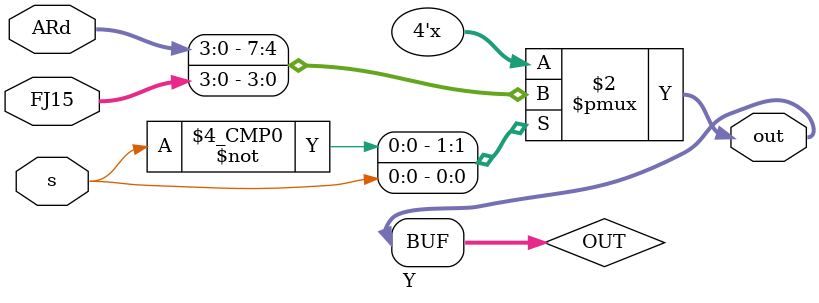
<source format=sv>
module Y (
  input [3:0] ARd, //Destination Register
  input [3:0] FJ15, //15, for jump
  input s, //select bit
  output [3:0] out
);
  
  logic [3:0] OUT;
	
  always @(*) begin
    case(s)
      0: OUT = ARd;
      1: OUT = FJ15;
      default: OUT = 0;
    endcase
  end
      
      
  assign out = OUT;
  	
endmodule


</source>
